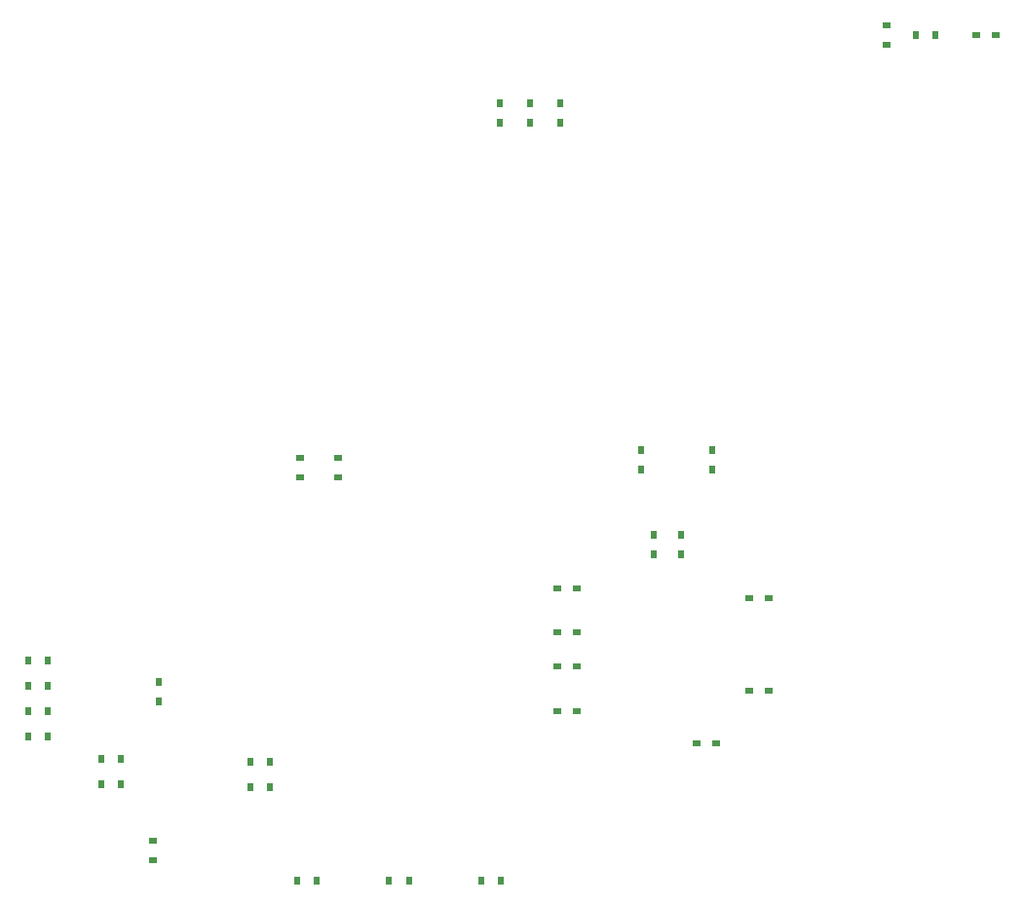
<source format=gbr>
G04 EAGLE Gerber RS-274X export*
G75*
%MOMM*%
%FSLAX34Y34*%
%LPD*%
%INSolderpaste Bottom*%
%IPPOS*%
%AMOC8*
5,1,8,0,0,1.08239X$1,22.5*%
G01*
%ADD10R,0.720000X0.120000*%
%ADD11R,0.120000X0.720000*%
%ADD12R,0.700000X0.600000*%
%ADD13R,0.600000X0.700000*%


D10*
X1067900Y461500D03*
X1067900Y457500D03*
D11*
X1064900Y450500D03*
X1060900Y450500D03*
X1056900Y450500D03*
D10*
X1053900Y457500D03*
X1053900Y461500D03*
D11*
X1056900Y468500D03*
X1060900Y468500D03*
X1064900Y468500D03*
D12*
X974500Y311000D03*
X957500Y311000D03*
X974500Y281000D03*
X957500Y281000D03*
X1141500Y260000D03*
X1124500Y260000D03*
D13*
X1041000Y378500D03*
X1041000Y395500D03*
D12*
X1141500Y340000D03*
X1124500Y340000D03*
X974500Y349000D03*
X957500Y349000D03*
D13*
X1065000Y378500D03*
X1065000Y395500D03*
D12*
X974500Y242000D03*
X957500Y242000D03*
X1078500Y214000D03*
X1095500Y214000D03*
D13*
X1092000Y469000D03*
X1092000Y452000D03*
X1030200Y452000D03*
X1030200Y469000D03*
D12*
X1321500Y830000D03*
X1338500Y830000D03*
X767000Y462500D03*
X767000Y445500D03*
X734000Y445500D03*
X734000Y462500D03*
D13*
X611000Y267500D03*
X611000Y250500D03*
X1286500Y830000D03*
X1269500Y830000D03*
D12*
X1244000Y821500D03*
X1244000Y838500D03*
D13*
X960000Y753500D03*
X960000Y770500D03*
X934000Y753500D03*
X934000Y770500D03*
X908000Y753500D03*
X908000Y770500D03*
X731500Y95000D03*
X748500Y95000D03*
X811500Y95000D03*
X828500Y95000D03*
X891500Y95000D03*
X908500Y95000D03*
X707500Y176000D03*
X690500Y176000D03*
X561500Y179000D03*
X578500Y179000D03*
X514500Y220000D03*
X497500Y220000D03*
X690500Y198000D03*
X707500Y198000D03*
X497500Y242000D03*
X514500Y242000D03*
X578500Y201000D03*
X561500Y201000D03*
X514500Y264000D03*
X497500Y264000D03*
X497500Y286000D03*
X514500Y286000D03*
D12*
X606000Y112500D03*
X606000Y129500D03*
M02*

</source>
